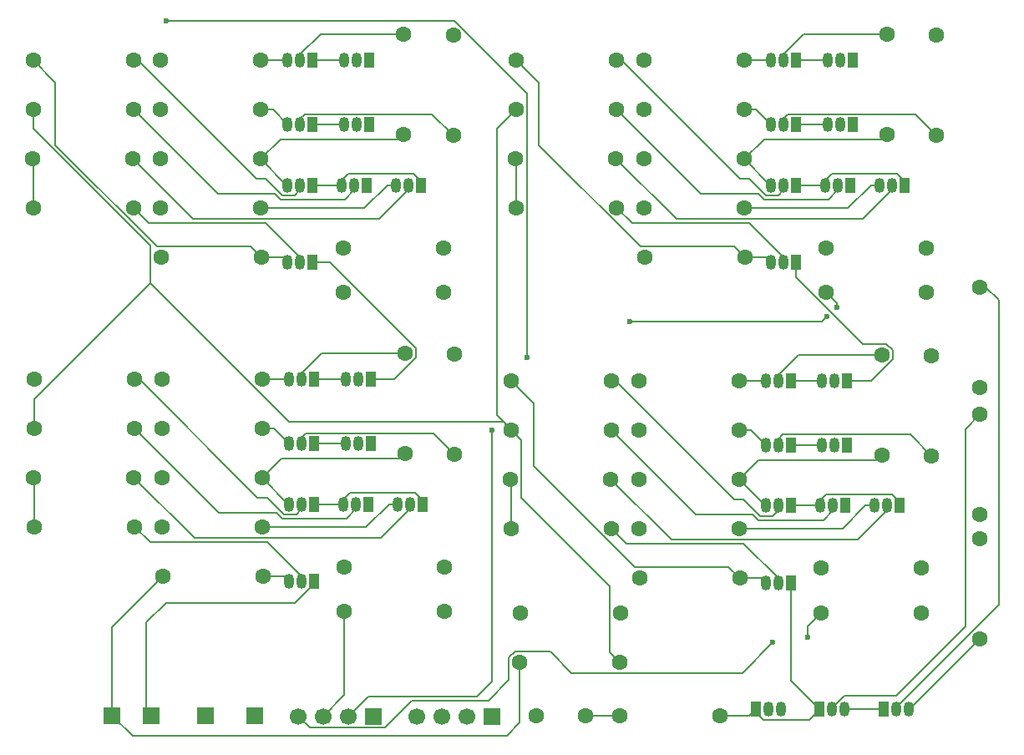
<source format=gbr>
%TF.GenerationSoftware,KiCad,Pcbnew,9.0.7*%
%TF.CreationDate,2026-01-14T18:58:22+00:00*%
%TF.ProjectId,reg,7265672e-6b69-4636-9164-5f7063625858,rev?*%
%TF.SameCoordinates,Original*%
%TF.FileFunction,Copper,L1,Top*%
%TF.FilePolarity,Positive*%
%FSLAX46Y46*%
G04 Gerber Fmt 4.6, Leading zero omitted, Abs format (unit mm)*
G04 Created by KiCad (PCBNEW 9.0.7) date 2026-01-14 18:58:22*
%MOMM*%
%LPD*%
G01*
G04 APERTURE LIST*
%TA.AperFunction,ComponentPad*%
%ADD10C,1.700000*%
%TD*%
%TA.AperFunction,ComponentPad*%
%ADD11R,1.700000X1.700000*%
%TD*%
%TA.AperFunction,ComponentPad*%
%ADD12C,1.600000*%
%TD*%
%TA.AperFunction,ComponentPad*%
%ADD13O,1.050000X1.500000*%
%TD*%
%TA.AperFunction,ComponentPad*%
%ADD14R,1.050000X1.500000*%
%TD*%
%TA.AperFunction,ViaPad*%
%ADD15C,0.600000*%
%TD*%
%TA.AperFunction,Conductor*%
%ADD16C,0.200000*%
%TD*%
G04 APERTURE END LIST*
D10*
%TO.P,DATA_OUT,4,Pin_4*%
%TO.N,/DFlipFlop3/Q*%
X43380000Y-93000000D03*
%TO.P,DATA_OUT,3,Pin_3*%
%TO.N,/DFlipFlop2/Q*%
X45920000Y-93000000D03*
%TO.P,DATA_OUT,2,Pin_2*%
%TO.N,/DFlipFlop1/Q*%
X48460000Y-93000000D03*
D11*
%TO.P,DATA_OUT,1,Pin_1*%
%TO.N,/DFlipFlop/Q*%
X51000000Y-93000000D03*
%TD*%
D12*
%TO.P,R510,2*%
%TO.N,/DFlipFlop3/Q*%
X88040000Y-64000000D03*
%TO.P,R510,1*%
%TO.N,+5V*%
X77880000Y-64000000D03*
%TD*%
D13*
%TO.P,Q507,3,C*%
%TO.N,Net-(Q507-C)*%
X90770000Y-59000000D03*
%TO.P,Q507,2,B*%
%TO.N,Net-(Q507-B)*%
X92040000Y-59000000D03*
D14*
%TO.P,Q507,1,E*%
%TO.N,Net-(Q507-E)*%
X93310000Y-59000000D03*
%TD*%
D13*
%TO.P,Q506,3,C*%
%TO.N,Net-(Q505-E)*%
X96500000Y-65500000D03*
%TO.P,Q506,2,B*%
%TO.N,Net-(Q506-B)*%
X97770000Y-65500000D03*
D14*
%TO.P,Q506,1,E*%
%TO.N,GND*%
X99040000Y-65500000D03*
%TD*%
D12*
%TO.P,R504,2*%
%TO.N,Net-(Q502-B)*%
X75040000Y-68950000D03*
%TO.P,R504,1*%
%TO.N,/DFlipFlop3/D*%
X64880000Y-68950000D03*
%TD*%
%TO.P,R503,2*%
%TO.N,Net-(Q504-B)*%
X75120000Y-59000000D03*
%TO.P,R503,1*%
%TO.N,Net-(Q501-C)*%
X64960000Y-59000000D03*
%TD*%
%TO.P,R509,2*%
%TO.N,Net-(Q506-B)*%
X106540000Y-78000000D03*
%TO.P,R509,1*%
%TO.N,Net-(Q507-C)*%
X96380000Y-78000000D03*
%TD*%
%TO.P,R508,2*%
%TO.N,Net-(Q505-B)*%
X107540000Y-66580000D03*
%TO.P,R508,1*%
%TO.N,Net-(Q502-C)*%
X107540000Y-56420000D03*
%TD*%
%TO.P,R513,2*%
%TO.N,Net-(Q507-C)*%
X88040000Y-59000000D03*
%TO.P,R513,1*%
%TO.N,+5V*%
X77880000Y-59000000D03*
%TD*%
%TO.P,R501,2*%
%TO.N,Net-(Q501-C)*%
X88120000Y-79000000D03*
%TO.P,R501,1*%
%TO.N,+5V*%
X77960000Y-79000000D03*
%TD*%
%TO.P,R512,2*%
%TO.N,Net-(Q508-B)*%
X106540000Y-82500000D03*
%TO.P,R512,1*%
%TO.N,/DFlipFlop3/Q*%
X96380000Y-82500000D03*
%TD*%
%TO.P,R506,2*%
%TO.N,Net-(Q502-C)*%
X88040000Y-74000000D03*
%TO.P,R506,1*%
%TO.N,+5V*%
X77880000Y-74000000D03*
%TD*%
%TO.P,R502,2*%
%TO.N,Net-(Q501-B)*%
X75120000Y-73950000D03*
%TO.P,R502,1*%
%TO.N,/DFlipFlop3/D*%
X64960000Y-73950000D03*
%TD*%
%TO.P,R511,2*%
%TO.N,Net-(Q507-B)*%
X102540000Y-56340000D03*
%TO.P,R511,1*%
%TO.N,Net-(Q504-C)*%
X102540000Y-66500000D03*
%TD*%
D13*
%TO.P,Q505,3,C*%
%TO.N,/DFlipFlop3/Q*%
X90770000Y-65500000D03*
%TO.P,Q505,2,B*%
%TO.N,Net-(Q505-B)*%
X92040000Y-65500000D03*
D14*
%TO.P,Q505,1,E*%
%TO.N,Net-(Q505-E)*%
X93310000Y-65500000D03*
%TD*%
D13*
%TO.P,Q508,3,C*%
%TO.N,Net-(Q507-E)*%
X96500000Y-59000000D03*
%TO.P,Q508,2,B*%
%TO.N,Net-(Q508-B)*%
X97770000Y-59000000D03*
D14*
%TO.P,Q508,1,E*%
%TO.N,GND*%
X99040000Y-59000000D03*
%TD*%
D13*
%TO.P,Q503,3,C*%
%TO.N,Net-(Q502-E)*%
X96270000Y-71640000D03*
%TO.P,Q503,2,B*%
%TO.N,Net-(Q503-B)*%
X97540000Y-71640000D03*
D14*
%TO.P,Q503,1,E*%
%TO.N,GND*%
X98810000Y-71640000D03*
%TD*%
D13*
%TO.P,Q502,3,C*%
%TO.N,Net-(Q502-C)*%
X101770000Y-71640000D03*
%TO.P,Q502,2,B*%
%TO.N,Net-(Q502-B)*%
X103040000Y-71640000D03*
D14*
%TO.P,Q502,1,E*%
%TO.N,Net-(Q502-E)*%
X104310000Y-71640000D03*
%TD*%
D12*
%TO.P,R505,2*%
%TO.N,Net-(Q503-B)*%
X75120000Y-63950000D03*
%TO.P,R505,1*%
%TO.N,WRITE_EN*%
X64960000Y-63950000D03*
%TD*%
D13*
%TO.P,Q504,3,C*%
%TO.N,Net-(Q504-C)*%
X90770000Y-71640000D03*
%TO.P,Q504,2,B*%
%TO.N,Net-(Q504-B)*%
X92040000Y-71640000D03*
D14*
%TO.P,Q504,1,E*%
%TO.N,Net-(Q502-E)*%
X93310000Y-71640000D03*
%TD*%
D13*
%TO.P,Q501,3,C*%
%TO.N,Net-(Q501-C)*%
X90770000Y-79500000D03*
%TO.P,Q501,2,B*%
%TO.N,Net-(Q501-B)*%
X92040000Y-79500000D03*
D14*
%TO.P,Q501,1,E*%
%TO.N,GND*%
X93310000Y-79500000D03*
%TD*%
D12*
%TO.P,R507,2*%
%TO.N,Net-(Q504-C)*%
X88040000Y-69000000D03*
%TO.P,R507,1*%
%TO.N,+5V*%
X77880000Y-69000000D03*
%TD*%
%TO.P,R304,1*%
%TO.N,/DFlipFlop1/D*%
X65420000Y-36450000D03*
%TO.P,R304,2*%
%TO.N,Net-(Q302-B)*%
X75580000Y-36450000D03*
%TD*%
%TO.P,R101,1*%
%TO.N,Net-(C101-Pad2)*%
X76000000Y-92920000D03*
%TO.P,R101,2*%
%TO.N,GND*%
X86160000Y-92920000D03*
%TD*%
%TO.P,R209,1*%
%TO.N,Net-(Q207-C)*%
X47920000Y-45500000D03*
%TO.P,R209,2*%
%TO.N,Net-(Q206-B)*%
X58080000Y-45500000D03*
%TD*%
%TO.P,R212,1*%
%TO.N,/DFlipFlop/Q*%
X47920000Y-50000000D03*
%TO.P,R212,2*%
%TO.N,Net-(Q208-B)*%
X58080000Y-50000000D03*
%TD*%
D14*
%TO.P,Q404,1,E*%
%TO.N,Net-(Q402-E)*%
X44992000Y-71485000D03*
D13*
%TO.P,Q404,2,B*%
%TO.N,Net-(Q404-B)*%
X43722000Y-71485000D03*
%TO.P,Q404,3,C*%
%TO.N,Net-(Q404-C)*%
X42452000Y-71485000D03*
%TD*%
D11*
%TO.P,CLK,1,Pin_1*%
%TO.N,Net-(J101-Pin_1)*%
X39000000Y-92920000D03*
%TD*%
D14*
%TO.P,Q206,1,E*%
%TO.N,GND*%
X50580000Y-33000000D03*
D13*
%TO.P,Q206,2,B*%
%TO.N,Net-(Q206-B)*%
X49310000Y-33000000D03*
%TO.P,Q206,3,C*%
%TO.N,Net-(Q205-E)*%
X48040000Y-33000000D03*
%TD*%
D12*
%TO.P,R208,1*%
%TO.N,Net-(Q202-C)*%
X59080000Y-23920000D03*
%TO.P,R208,2*%
%TO.N,Net-(Q205-B)*%
X59080000Y-34080000D03*
%TD*%
D14*
%TO.P,Q305,1,E*%
%TO.N,Net-(Q305-E)*%
X93850000Y-33000000D03*
D13*
%TO.P,Q305,2,B*%
%TO.N,Net-(Q305-B)*%
X92580000Y-33000000D03*
%TO.P,Q305,3,C*%
%TO.N,/DFlipFlop1/Q*%
X91310000Y-33000000D03*
%TD*%
D12*
%TO.P,R201,1*%
%TO.N,+5V*%
X29500000Y-46500000D03*
%TO.P,R201,2*%
%TO.N,Net-(Q201-C)*%
X39660000Y-46500000D03*
%TD*%
%TO.P,R102,1*%
%TO.N,Net-(C101-Pad2)*%
X112500000Y-59660000D03*
%TO.P,R102,2*%
%TO.N,Net-(Q101-B)*%
X112500000Y-49500000D03*
%TD*%
D11*
%TO.P,WR_EN,1,Pin_1*%
%TO.N,Net-(J102-Pin_1)*%
X34000000Y-92920000D03*
%TD*%
D12*
%TO.P,R307,1*%
%TO.N,+5V*%
X78420000Y-36500000D03*
%TO.P,R307,2*%
%TO.N,Net-(Q304-C)*%
X88580000Y-36500000D03*
%TD*%
%TO.P,R413,1*%
%TO.N,+5V*%
X29562000Y-58845000D03*
%TO.P,R413,2*%
%TO.N,Net-(Q407-C)*%
X39722000Y-58845000D03*
%TD*%
%TO.P,R412,1*%
%TO.N,/DFlipFlop2/Q*%
X48062000Y-82345000D03*
%TO.P,R412,2*%
%TO.N,Net-(Q408-B)*%
X58222000Y-82345000D03*
%TD*%
%TO.P,R411,1*%
%TO.N,Net-(Q404-C)*%
X54222000Y-66345000D03*
%TO.P,R411,2*%
%TO.N,Net-(Q407-B)*%
X54222000Y-56185000D03*
%TD*%
D14*
%TO.P,Q204,1,E*%
%TO.N,Net-(Q202-E)*%
X44850000Y-39140000D03*
D13*
%TO.P,Q204,2,B*%
%TO.N,Net-(Q204-B)*%
X43580000Y-39140000D03*
%TO.P,Q204,3,C*%
%TO.N,Net-(Q204-C)*%
X42310000Y-39140000D03*
%TD*%
D12*
%TO.P,R204,1*%
%TO.N,/DFlipFlop/D*%
X16420000Y-36450000D03*
%TO.P,R204,2*%
%TO.N,Net-(Q202-B)*%
X26580000Y-36450000D03*
%TD*%
%TO.P,R305,1*%
%TO.N,WRITE_EN*%
X65500000Y-31450000D03*
%TO.P,R305,2*%
%TO.N,Net-(Q303-B)*%
X75660000Y-31450000D03*
%TD*%
%TO.P,R313,1*%
%TO.N,+5V*%
X78420000Y-26500000D03*
%TO.P,R313,2*%
%TO.N,Net-(Q307-C)*%
X88580000Y-26500000D03*
%TD*%
D14*
%TO.P,Q101,1,E*%
%TO.N,Net-(Q101-E)*%
X102730000Y-92280000D03*
D13*
%TO.P,Q101,2,B*%
%TO.N,Net-(Q101-B)*%
X104000000Y-92280000D03*
%TO.P,Q101,3,C*%
%TO.N,Net-(Q101-C)*%
X105270000Y-92280000D03*
%TD*%
D12*
%TO.P,R213,1*%
%TO.N,+5V*%
X29420000Y-26500000D03*
%TO.P,R213,2*%
%TO.N,Net-(Q207-C)*%
X39580000Y-26500000D03*
%TD*%
%TO.P,R301,1*%
%TO.N,+5V*%
X78500000Y-46500000D03*
%TO.P,R301,2*%
%TO.N,Net-(Q301-C)*%
X88660000Y-46500000D03*
%TD*%
%TO.P,R207,1*%
%TO.N,+5V*%
X29420000Y-36500000D03*
%TO.P,R207,2*%
%TO.N,Net-(Q204-C)*%
X39580000Y-36500000D03*
%TD*%
D14*
%TO.P,Q408,1,E*%
%TO.N,GND*%
X50722000Y-58845000D03*
D13*
%TO.P,Q408,2,B*%
%TO.N,Net-(Q408-B)*%
X49452000Y-58845000D03*
%TO.P,Q408,3,C*%
%TO.N,Net-(Q407-E)*%
X48182000Y-58845000D03*
%TD*%
D14*
%TO.P,Q207,1,E*%
%TO.N,Net-(Q207-E)*%
X44850000Y-26500000D03*
D13*
%TO.P,Q207,2,B*%
%TO.N,Net-(Q207-B)*%
X43580000Y-26500000D03*
%TO.P,Q207,3,C*%
%TO.N,Net-(Q207-C)*%
X42310000Y-26500000D03*
%TD*%
D12*
%TO.P,C101,1*%
%TO.N,Net-(J101-Pin_1)*%
X67500000Y-92920000D03*
%TO.P,C101,2*%
%TO.N,Net-(C101-Pad2)*%
X72500000Y-92920000D03*
%TD*%
%TO.P,R406,1*%
%TO.N,+5V*%
X29562000Y-73845000D03*
%TO.P,R406,2*%
%TO.N,Net-(Q402-C)*%
X39722000Y-73845000D03*
%TD*%
D14*
%TO.P,Q205,1,E*%
%TO.N,Net-(Q205-E)*%
X44850000Y-33000000D03*
D13*
%TO.P,Q205,2,B*%
%TO.N,Net-(Q205-B)*%
X43580000Y-33000000D03*
%TO.P,Q205,3,C*%
%TO.N,/DFlipFlop/Q*%
X42310000Y-33000000D03*
%TD*%
D12*
%TO.P,R410,1*%
%TO.N,+5V*%
X29562000Y-63845000D03*
%TO.P,R410,2*%
%TO.N,/DFlipFlop2/Q*%
X39722000Y-63845000D03*
%TD*%
D14*
%TO.P,Q302,1,E*%
%TO.N,Net-(Q302-E)*%
X104850000Y-39140000D03*
D13*
%TO.P,Q302,2,B*%
%TO.N,Net-(Q302-B)*%
X103580000Y-39140000D03*
%TO.P,Q302,3,C*%
%TO.N,Net-(Q302-C)*%
X102310000Y-39140000D03*
%TD*%
D12*
%TO.P,R205,1*%
%TO.N,WRITE_EN*%
X16500000Y-31450000D03*
%TO.P,R205,2*%
%TO.N,Net-(Q203-B)*%
X26660000Y-31450000D03*
%TD*%
%TO.P,R409,1*%
%TO.N,Net-(Q407-C)*%
X48062000Y-77845000D03*
%TO.P,R409,2*%
%TO.N,Net-(Q406-B)*%
X58222000Y-77845000D03*
%TD*%
D14*
%TO.P,Q303,1,E*%
%TO.N,GND*%
X99350000Y-39140000D03*
D13*
%TO.P,Q303,2,B*%
%TO.N,Net-(Q303-B)*%
X98080000Y-39140000D03*
%TO.P,Q303,3,C*%
%TO.N,Net-(Q302-E)*%
X96810000Y-39140000D03*
%TD*%
D14*
%TO.P,Q103,1,E*%
%TO.N,GND*%
X89730000Y-92280000D03*
D13*
%TO.P,Q103,2,B*%
%TO.N,Net-(Q103-B)*%
X91000000Y-92280000D03*
%TO.P,Q103,3,C*%
%TO.N,WRITE_EN*%
X92270000Y-92280000D03*
%TD*%
D14*
%TO.P,Q401,1,E*%
%TO.N,GND*%
X44992000Y-79345000D03*
D13*
%TO.P,Q401,2,B*%
%TO.N,Net-(Q401-B)*%
X43722000Y-79345000D03*
%TO.P,Q401,3,C*%
%TO.N,Net-(Q401-C)*%
X42452000Y-79345000D03*
%TD*%
D12*
%TO.P,R308,1*%
%TO.N,Net-(Q302-C)*%
X108080000Y-23920000D03*
%TO.P,R308,2*%
%TO.N,Net-(Q305-B)*%
X108080000Y-34080000D03*
%TD*%
D14*
%TO.P,Q403,1,E*%
%TO.N,GND*%
X50492000Y-71485000D03*
D13*
%TO.P,Q403,2,B*%
%TO.N,Net-(Q403-B)*%
X49222000Y-71485000D03*
%TO.P,Q403,3,C*%
%TO.N,Net-(Q402-E)*%
X47952000Y-71485000D03*
%TD*%
D12*
%TO.P,R106,1*%
%TO.N,+5V*%
X65840000Y-87500000D03*
%TO.P,R106,2*%
%TO.N,WRITE_EN*%
X76000000Y-87500000D03*
%TD*%
%TO.P,R105,1*%
%TO.N,Net-(Q101-C)*%
X112500000Y-85160000D03*
%TO.P,R105,2*%
%TO.N,Net-(Q103-B)*%
X112500000Y-75000000D03*
%TD*%
D14*
%TO.P,Q203,1,E*%
%TO.N,GND*%
X50350000Y-39140000D03*
D13*
%TO.P,Q203,2,B*%
%TO.N,Net-(Q203-B)*%
X49080000Y-39140000D03*
%TO.P,Q203,3,C*%
%TO.N,Net-(Q202-E)*%
X47810000Y-39140000D03*
%TD*%
D12*
%TO.P,R309,1*%
%TO.N,Net-(Q307-C)*%
X96920000Y-45500000D03*
%TO.P,R309,2*%
%TO.N,Net-(Q306-B)*%
X107080000Y-45500000D03*
%TD*%
%TO.P,R302,1*%
%TO.N,/DFlipFlop1/D*%
X65500000Y-41450000D03*
%TO.P,R302,2*%
%TO.N,Net-(Q301-B)*%
X75660000Y-41450000D03*
%TD*%
%TO.P,R312,1*%
%TO.N,/DFlipFlop1/Q*%
X96920000Y-50000000D03*
%TO.P,R312,2*%
%TO.N,Net-(Q308-B)*%
X107080000Y-50000000D03*
%TD*%
D14*
%TO.P,Q307,1,E*%
%TO.N,Net-(Q307-E)*%
X93850000Y-26500000D03*
D13*
%TO.P,Q307,2,B*%
%TO.N,Net-(Q307-B)*%
X92580000Y-26500000D03*
%TO.P,Q307,3,C*%
%TO.N,Net-(Q307-C)*%
X91310000Y-26500000D03*
%TD*%
D12*
%TO.P,R404,1*%
%TO.N,/DFlipFlop2/D*%
X16562000Y-68795000D03*
%TO.P,R404,2*%
%TO.N,Net-(Q402-B)*%
X26722000Y-68795000D03*
%TD*%
D14*
%TO.P,Q201,1,E*%
%TO.N,GND*%
X44850000Y-47000000D03*
D13*
%TO.P,Q201,2,B*%
%TO.N,Net-(Q201-B)*%
X43580000Y-47000000D03*
%TO.P,Q201,3,C*%
%TO.N,Net-(Q201-C)*%
X42310000Y-47000000D03*
%TD*%
D14*
%TO.P,Q306,1,E*%
%TO.N,GND*%
X99580000Y-33000000D03*
D13*
%TO.P,Q306,2,B*%
%TO.N,Net-(Q306-B)*%
X98310000Y-33000000D03*
%TO.P,Q306,3,C*%
%TO.N,Net-(Q305-E)*%
X97040000Y-33000000D03*
%TD*%
D11*
%TO.P,GND,1,Pin_1*%
%TO.N,GND*%
X28500000Y-92920000D03*
%TD*%
%TO.P,DATA_IN,1,Pin_1*%
%TO.N,/DFlipFlop/D*%
X63000000Y-93000000D03*
D10*
%TO.P,DATA_IN,2,Pin_2*%
%TO.N,/DFlipFlop1/D*%
X60460000Y-93000000D03*
%TO.P,DATA_IN,3,Pin_3*%
%TO.N,/DFlipFlop2/D*%
X57920000Y-93000000D03*
%TO.P,DATA_IN,4,Pin_4*%
%TO.N,/DFlipFlop3/D*%
X55380000Y-93000000D03*
%TD*%
D14*
%TO.P,Q308,1,E*%
%TO.N,GND*%
X99580000Y-26500000D03*
D13*
%TO.P,Q308,2,B*%
%TO.N,Net-(Q308-B)*%
X98310000Y-26500000D03*
%TO.P,Q308,3,C*%
%TO.N,Net-(Q307-E)*%
X97040000Y-26500000D03*
%TD*%
D14*
%TO.P,Q102,1,E*%
%TO.N,GND*%
X96230000Y-92280000D03*
D13*
%TO.P,Q102,2,B*%
%TO.N,Net-(Q102-B)*%
X97500000Y-92280000D03*
%TO.P,Q102,3,C*%
%TO.N,Net-(Q101-E)*%
X98770000Y-92280000D03*
%TD*%
D12*
%TO.P,R206,1*%
%TO.N,+5V*%
X29420000Y-41500000D03*
%TO.P,R206,2*%
%TO.N,Net-(Q202-C)*%
X39580000Y-41500000D03*
%TD*%
D14*
%TO.P,Q406,1,E*%
%TO.N,GND*%
X50722000Y-65345000D03*
D13*
%TO.P,Q406,2,B*%
%TO.N,Net-(Q406-B)*%
X49452000Y-65345000D03*
%TO.P,Q406,3,C*%
%TO.N,Net-(Q405-E)*%
X48182000Y-65345000D03*
%TD*%
D12*
%TO.P,R403,1*%
%TO.N,Net-(Q401-C)*%
X16642000Y-58845000D03*
%TO.P,R403,2*%
%TO.N,Net-(Q404-B)*%
X26802000Y-58845000D03*
%TD*%
%TO.P,R407,1*%
%TO.N,+5V*%
X29562000Y-68845000D03*
%TO.P,R407,2*%
%TO.N,Net-(Q404-C)*%
X39722000Y-68845000D03*
%TD*%
D14*
%TO.P,Q402,1,E*%
%TO.N,Net-(Q402-E)*%
X55992000Y-71485000D03*
D13*
%TO.P,Q402,2,B*%
%TO.N,Net-(Q402-B)*%
X54722000Y-71485000D03*
%TO.P,Q402,3,C*%
%TO.N,Net-(Q402-C)*%
X53452000Y-71485000D03*
%TD*%
D14*
%TO.P,Q407,1,E*%
%TO.N,Net-(Q407-E)*%
X44992000Y-58845000D03*
D13*
%TO.P,Q407,2,B*%
%TO.N,Net-(Q407-B)*%
X43722000Y-58845000D03*
%TO.P,Q407,3,C*%
%TO.N,Net-(Q407-C)*%
X42452000Y-58845000D03*
%TD*%
D14*
%TO.P,Q301,1,E*%
%TO.N,GND*%
X93850000Y-47000000D03*
D13*
%TO.P,Q301,2,B*%
%TO.N,Net-(Q301-B)*%
X92580000Y-47000000D03*
%TO.P,Q301,3,C*%
%TO.N,Net-(Q301-C)*%
X91310000Y-47000000D03*
%TD*%
D14*
%TO.P,Q202,1,E*%
%TO.N,Net-(Q202-E)*%
X55850000Y-39140000D03*
D13*
%TO.P,Q202,2,B*%
%TO.N,Net-(Q202-B)*%
X54580000Y-39140000D03*
%TO.P,Q202,3,C*%
%TO.N,Net-(Q202-C)*%
X53310000Y-39140000D03*
%TD*%
D12*
%TO.P,R303,1*%
%TO.N,Net-(Q301-C)*%
X65500000Y-26500000D03*
%TO.P,R303,2*%
%TO.N,Net-(Q304-B)*%
X75660000Y-26500000D03*
%TD*%
%TO.P,R103,1*%
%TO.N,Net-(J102-Pin_1)*%
X112500000Y-72580000D03*
%TO.P,R103,2*%
%TO.N,Net-(Q102-B)*%
X112500000Y-62420000D03*
%TD*%
%TO.P,R306,1*%
%TO.N,+5V*%
X78420000Y-41500000D03*
%TO.P,R306,2*%
%TO.N,Net-(Q302-C)*%
X88580000Y-41500000D03*
%TD*%
%TO.P,R202,1*%
%TO.N,/DFlipFlop/D*%
X16500000Y-41450000D03*
%TO.P,R202,2*%
%TO.N,Net-(Q201-B)*%
X26660000Y-41450000D03*
%TD*%
%TO.P,R203,1*%
%TO.N,Net-(Q201-C)*%
X16500000Y-26500000D03*
%TO.P,R203,2*%
%TO.N,Net-(Q204-B)*%
X26660000Y-26500000D03*
%TD*%
D14*
%TO.P,Q208,1,E*%
%TO.N,GND*%
X50580000Y-26500000D03*
D13*
%TO.P,Q208,2,B*%
%TO.N,Net-(Q208-B)*%
X49310000Y-26500000D03*
%TO.P,Q208,3,C*%
%TO.N,Net-(Q207-E)*%
X48040000Y-26500000D03*
%TD*%
D12*
%TO.P,R311,1*%
%TO.N,Net-(Q304-C)*%
X103080000Y-34000000D03*
%TO.P,R311,2*%
%TO.N,Net-(Q307-B)*%
X103080000Y-23840000D03*
%TD*%
D11*
%TO.P,+5V,1,Pin_1*%
%TO.N,+5V*%
X24500000Y-92920000D03*
%TD*%
D12*
%TO.P,R401,1*%
%TO.N,+5V*%
X29642000Y-78845000D03*
%TO.P,R401,2*%
%TO.N,Net-(Q401-C)*%
X39802000Y-78845000D03*
%TD*%
%TO.P,R104,1*%
%TO.N,+5V*%
X65920000Y-82500000D03*
%TO.P,R104,2*%
%TO.N,Net-(Q101-C)*%
X76080000Y-82500000D03*
%TD*%
%TO.P,R211,1*%
%TO.N,Net-(Q204-C)*%
X54080000Y-34000000D03*
%TO.P,R211,2*%
%TO.N,Net-(Q207-B)*%
X54080000Y-23840000D03*
%TD*%
%TO.P,R408,1*%
%TO.N,Net-(Q402-C)*%
X59222000Y-56265000D03*
%TO.P,R408,2*%
%TO.N,Net-(Q405-B)*%
X59222000Y-66425000D03*
%TD*%
%TO.P,R310,1*%
%TO.N,+5V*%
X78420000Y-31500000D03*
%TO.P,R310,2*%
%TO.N,/DFlipFlop1/Q*%
X88580000Y-31500000D03*
%TD*%
D14*
%TO.P,Q405,1,E*%
%TO.N,Net-(Q405-E)*%
X44992000Y-65345000D03*
D13*
%TO.P,Q405,2,B*%
%TO.N,Net-(Q405-B)*%
X43722000Y-65345000D03*
%TO.P,Q405,3,C*%
%TO.N,/DFlipFlop2/Q*%
X42452000Y-65345000D03*
%TD*%
D14*
%TO.P,Q304,1,E*%
%TO.N,Net-(Q302-E)*%
X93850000Y-39140000D03*
D13*
%TO.P,Q304,2,B*%
%TO.N,Net-(Q304-B)*%
X92580000Y-39140000D03*
%TO.P,Q304,3,C*%
%TO.N,Net-(Q304-C)*%
X91310000Y-39140000D03*
%TD*%
D12*
%TO.P,R210,1*%
%TO.N,+5V*%
X29420000Y-31500000D03*
%TO.P,R210,2*%
%TO.N,/DFlipFlop/Q*%
X39580000Y-31500000D03*
%TD*%
%TO.P,R402,1*%
%TO.N,/DFlipFlop2/D*%
X16642000Y-73795000D03*
%TO.P,R402,2*%
%TO.N,Net-(Q401-B)*%
X26802000Y-73795000D03*
%TD*%
%TO.P,R405,1*%
%TO.N,WRITE_EN*%
X16642000Y-63795000D03*
%TO.P,R405,2*%
%TO.N,Net-(Q403-B)*%
X26802000Y-63795000D03*
%TD*%
D15*
%TO.N,/DFlipFlop3/Q*%
X95000000Y-85000000D03*
X91500000Y-85500000D03*
%TO.N,/DFlipFlop1/Q*%
X98000000Y-51500000D03*
X97000000Y-52500000D03*
X77000000Y-53000000D03*
X63000000Y-64000000D03*
%TO.N,/DFlipFlop/D*%
X30000000Y-22500000D03*
X66601000Y-56601000D03*
%TD*%
D16*
%TO.N,/DFlipFlop3/Q*%
X95000000Y-83880000D02*
X96380000Y-82500000D01*
X95000000Y-85000000D02*
X95000000Y-83880000D01*
X88399000Y-88601000D02*
X91500000Y-85500000D01*
X71101000Y-88601000D02*
X88399000Y-88601000D01*
X69000000Y-86500000D02*
X71101000Y-88601000D01*
X68899000Y-86399000D02*
X69000000Y-86500000D01*
X64739000Y-87043950D02*
X65383950Y-86399000D01*
X65383950Y-86399000D02*
X68899000Y-86399000D01*
X64739000Y-89301000D02*
X64739000Y-87043950D01*
X54901000Y-91401000D02*
X62639000Y-91401000D01*
X44531000Y-94151000D02*
X52151000Y-94151000D01*
X62639000Y-91401000D02*
X64739000Y-89301000D01*
X52151000Y-94151000D02*
X54901000Y-91401000D01*
X43380000Y-93000000D02*
X44531000Y-94151000D01*
%TO.N,/DFlipFlop2/Q*%
X45920000Y-93000000D02*
X48062000Y-90858000D01*
X48062000Y-90858000D02*
X48062000Y-82345000D01*
%TO.N,/DFlipFlop1/Q*%
X98000000Y-51080000D02*
X96920000Y-50000000D01*
X98000000Y-51500000D02*
X98000000Y-51080000D01*
X96500000Y-53000000D02*
X97000000Y-52500000D01*
X77000000Y-53000000D02*
X96500000Y-53000000D01*
X61500000Y-91000000D02*
X63000000Y-89500000D01*
X63000000Y-89500000D02*
X63000000Y-64000000D01*
X50460000Y-91000000D02*
X61500000Y-91000000D01*
X48460000Y-93000000D02*
X50460000Y-91000000D01*
%TO.N,/DFlipFlop/D*%
X66601000Y-29883950D02*
X59217050Y-22500000D01*
X66601000Y-56601000D02*
X66601000Y-29883950D01*
X59217050Y-22500000D02*
X30000000Y-22500000D01*
%TO.N,+5V*%
X65840000Y-93660000D02*
X65840000Y-87500000D01*
X64500000Y-95000000D02*
X65840000Y-93660000D01*
X26580000Y-95000000D02*
X64500000Y-95000000D01*
X24500000Y-92920000D02*
X26580000Y-95000000D01*
%TO.N,WRITE_EN*%
X16642000Y-60836050D02*
X28399000Y-49079050D01*
X16642000Y-63795000D02*
X16642000Y-60836050D01*
%TO.N,+5V*%
X24500000Y-83987000D02*
X29642000Y-78845000D01*
X24500000Y-92920000D02*
X24500000Y-83987000D01*
%TO.N,WRITE_EN*%
X63500000Y-62490000D02*
X64960000Y-63950000D01*
X63500000Y-33450000D02*
X63500000Y-62490000D01*
X65500000Y-31450000D02*
X63500000Y-33450000D01*
X74979000Y-79841950D02*
X74979000Y-86479000D01*
X65981000Y-70843950D02*
X74979000Y-79841950D01*
X65981000Y-64971000D02*
X65981000Y-70843950D01*
X64960000Y-63950000D02*
X65981000Y-64971000D01*
X74979000Y-86479000D02*
X76000000Y-87500000D01*
X42469951Y-63150001D02*
X64160001Y-63150001D01*
X28399000Y-49079050D02*
X42469951Y-63150001D01*
X28399000Y-45313150D02*
X28399000Y-49079050D01*
X16500000Y-33414150D02*
X28399000Y-45313150D01*
X64160001Y-63150001D02*
X64960000Y-63950000D01*
X16500000Y-31450000D02*
X16500000Y-33414150D01*
%TO.N,Net-(C101-Pad2)*%
X72500000Y-92920000D02*
X76000000Y-92920000D01*
%TO.N,Net-(J101-Pin_1)*%
X68000000Y-92920000D02*
X68000000Y-93420000D01*
%TO.N,GND*%
X101437050Y-59000000D02*
X99040000Y-59000000D01*
X103641000Y-56796050D02*
X101437050Y-59000000D01*
X102996050Y-55239000D02*
X103641000Y-55883950D01*
X100601950Y-55239000D02*
X102996050Y-55239000D01*
X93850000Y-47000000D02*
X93850000Y-48487050D01*
X93850000Y-48487050D02*
X100601950Y-55239000D01*
X103641000Y-55883950D02*
X103641000Y-56796050D01*
X53119050Y-58845000D02*
X50722000Y-58845000D01*
X55323000Y-56641050D02*
X53119050Y-58845000D01*
X55323000Y-55728950D02*
X55323000Y-56641050D01*
X46594050Y-47000000D02*
X55323000Y-55728950D01*
X44850000Y-47000000D02*
X46594050Y-47000000D01*
X28000000Y-83500000D02*
X28000000Y-92920000D01*
X30000000Y-81500000D02*
X28000000Y-83500000D01*
X43062000Y-81500000D02*
X30000000Y-81500000D01*
X44992000Y-79570000D02*
X43062000Y-81500000D01*
X44992000Y-79345000D02*
X44992000Y-79570000D01*
X93310000Y-89360000D02*
X96230000Y-92280000D01*
X93310000Y-79500000D02*
X93310000Y-89360000D01*
%TO.N,/DFlipFlop3/D*%
X64960000Y-73950000D02*
X64960000Y-69030000D01*
%TO.N,/DFlipFlop3/Q*%
X88040000Y-64000000D02*
X89270000Y-64000000D01*
X89270000Y-64000000D02*
X90770000Y-65500000D01*
%TO.N,Net-(Q502-E)*%
X96270000Y-71140000D02*
X96910000Y-70500000D01*
%TO.N,Net-(Q502-C)*%
X100900000Y-71640000D02*
X101770000Y-71640000D01*
%TO.N,Net-(Q502-E)*%
X104310000Y-71270000D02*
X104310000Y-71640000D01*
%TO.N,Net-(Q503-B)*%
X90064900Y-73092000D02*
X96588000Y-73092000D01*
X97540000Y-72140000D02*
X97540000Y-71640000D01*
%TO.N,Net-(Q501-C)*%
X64960000Y-59000000D02*
X67235050Y-61275050D01*
X77511950Y-77899000D02*
X87019000Y-77899000D01*
%TO.N,Net-(Q501-B)*%
X76672000Y-75502000D02*
X88542000Y-75502000D01*
%TO.N,Net-(Q502-C)*%
X98540000Y-74000000D02*
X100900000Y-71640000D01*
%TO.N,Net-(Q502-E)*%
X96270000Y-71640000D02*
X96270000Y-71140000D01*
%TO.N,Net-(Q503-B)*%
X75120000Y-63950000D02*
X83670000Y-72500000D01*
%TO.N,Net-(Q501-C)*%
X67235050Y-61275050D02*
X67235050Y-67622100D01*
%TO.N,Net-(Q504-B)*%
X92040000Y-72140000D02*
X92040000Y-71640000D01*
%TO.N,Net-(Q501-B)*%
X75120000Y-73950000D02*
X76672000Y-75502000D01*
%TO.N,Net-(Q501-C)*%
X87019000Y-77899000D02*
X88120000Y-79000000D01*
%TO.N,Net-(Q502-B)*%
X103040000Y-72140000D02*
X103040000Y-71640000D01*
%TO.N,Net-(Q503-B)*%
X96588000Y-73092000D02*
X97540000Y-72140000D01*
%TO.N,Net-(Q502-C)*%
X88040000Y-74000000D02*
X98540000Y-74000000D01*
%TO.N,Net-(Q502-E)*%
X96910000Y-70500000D02*
X103540000Y-70500000D01*
%TO.N,Net-(Q503-B)*%
X83670000Y-72500000D02*
X89472900Y-72500000D01*
%TO.N,Net-(Q501-C)*%
X67235050Y-67622100D02*
X77511950Y-77899000D01*
%TO.N,Net-(Q502-B)*%
X100079000Y-75101000D02*
X103040000Y-72140000D01*
%TO.N,Net-(Q503-B)*%
X89472900Y-72500000D02*
X90064900Y-73092000D01*
%TO.N,Net-(Q504-B)*%
X91489000Y-72691000D02*
X92040000Y-72140000D01*
%TO.N,Net-(Q501-B)*%
X88542000Y-75502000D02*
X92040000Y-79000000D01*
%TO.N,Net-(Q501-C)*%
X90270000Y-79000000D02*
X90770000Y-79500000D01*
X88120000Y-79000000D02*
X90270000Y-79000000D01*
%TO.N,Net-(Q502-E)*%
X103540000Y-70500000D02*
X104310000Y-71270000D01*
X93310000Y-71640000D02*
X96270000Y-71640000D01*
%TO.N,Net-(Q501-B)*%
X92040000Y-79000000D02*
X92040000Y-79500000D01*
%TO.N,Net-(Q502-B)*%
X81191000Y-75101000D02*
X100079000Y-75101000D01*
X75040000Y-68950000D02*
X81191000Y-75101000D01*
%TO.N,Net-(Q507-C)*%
X88040000Y-59000000D02*
X90770000Y-59000000D01*
%TO.N,Net-(Q504-C)*%
X88040000Y-69000000D02*
X90680000Y-71640000D01*
%TO.N,Net-(Q507-B)*%
X94093000Y-56340000D02*
X92040000Y-58393000D01*
%TO.N,Net-(Q504-C)*%
X102540000Y-66500000D02*
X102040000Y-67000000D01*
X90040000Y-67000000D02*
X88040000Y-69000000D01*
%TO.N,Net-(Q504-B)*%
X87580000Y-71000000D02*
X88540000Y-71000000D01*
%TO.N,Net-(Q505-B)*%
X92040000Y-64893000D02*
X92040000Y-65500000D01*
X105409000Y-64449000D02*
X92484000Y-64449000D01*
%TO.N,Net-(Q504-B)*%
X75120000Y-59000000D02*
X75580000Y-59000000D01*
X90231000Y-72691000D02*
X91489000Y-72691000D01*
%TO.N,Net-(Q504-C)*%
X102040000Y-67000000D02*
X90040000Y-67000000D01*
%TO.N,Net-(Q505-B)*%
X107540000Y-66580000D02*
X105409000Y-64449000D01*
%TO.N,Net-(Q507-E)*%
X93310000Y-59000000D02*
X96500000Y-59000000D01*
%TO.N,Net-(Q505-B)*%
X92484000Y-64449000D02*
X92040000Y-64893000D01*
%TO.N,Net-(Q505-E)*%
X93310000Y-65500000D02*
X96500000Y-65500000D01*
%TO.N,Net-(Q504-B)*%
X88540000Y-71000000D02*
X90231000Y-72691000D01*
%TO.N,Net-(Q507-B)*%
X92040000Y-58393000D02*
X92040000Y-59000000D01*
%TO.N,Net-(Q504-B)*%
X75580000Y-59000000D02*
X87580000Y-71000000D01*
%TO.N,Net-(Q507-B)*%
X102540000Y-56340000D02*
X94093000Y-56340000D01*
%TO.N,Net-(Q504-C)*%
X90680000Y-71640000D02*
X90770000Y-71640000D01*
%TO.N,Net-(Q407-E)*%
X44992000Y-58845000D02*
X48182000Y-58845000D01*
%TO.N,Net-(Q407-C)*%
X39722000Y-58845000D02*
X42452000Y-58845000D01*
%TO.N,Net-(Q407-B)*%
X45775000Y-56185000D02*
X43722000Y-58238000D01*
X43722000Y-58238000D02*
X43722000Y-58845000D01*
X54222000Y-56185000D02*
X45775000Y-56185000D01*
%TO.N,Net-(Q405-E)*%
X44992000Y-65345000D02*
X48182000Y-65345000D01*
%TO.N,Net-(Q405-B)*%
X57091000Y-64294000D02*
X44166000Y-64294000D01*
X44166000Y-64294000D02*
X43722000Y-64738000D01*
X59222000Y-66425000D02*
X57091000Y-64294000D01*
X43722000Y-64738000D02*
X43722000Y-65345000D01*
%TO.N,Net-(Q404-C)*%
X39722000Y-68845000D02*
X42362000Y-71485000D01*
X41722000Y-66845000D02*
X39722000Y-68845000D01*
X54222000Y-66345000D02*
X53722000Y-66845000D01*
X42362000Y-71485000D02*
X42452000Y-71485000D01*
X53722000Y-66845000D02*
X41722000Y-66845000D01*
%TO.N,Net-(Q404-B)*%
X40222000Y-70845000D02*
X41913000Y-72536000D01*
X39262000Y-70845000D02*
X40222000Y-70845000D01*
X27262000Y-58845000D02*
X39262000Y-70845000D01*
X26802000Y-58845000D02*
X27262000Y-58845000D01*
X41913000Y-72536000D02*
X43171000Y-72536000D01*
X43171000Y-72536000D02*
X43722000Y-71985000D01*
X43722000Y-71985000D02*
X43722000Y-71485000D01*
%TO.N,Net-(Q403-B)*%
X41154900Y-72345000D02*
X41746900Y-72937000D01*
X26802000Y-63795000D02*
X35352000Y-72345000D01*
X35352000Y-72345000D02*
X41154900Y-72345000D01*
X49222000Y-71985000D02*
X49222000Y-71485000D01*
X48270000Y-72937000D02*
X49222000Y-71985000D01*
X41746900Y-72937000D02*
X48270000Y-72937000D01*
%TO.N,Net-(Q402-B)*%
X26722000Y-68795000D02*
X32873000Y-74946000D01*
X54722000Y-71985000D02*
X54722000Y-71485000D01*
X32873000Y-74946000D02*
X51761000Y-74946000D01*
X51761000Y-74946000D02*
X54722000Y-71985000D01*
%TO.N,Net-(Q402-C)*%
X52582000Y-71485000D02*
X53452000Y-71485000D01*
X39722000Y-73845000D02*
X50222000Y-73845000D01*
X50222000Y-73845000D02*
X52582000Y-71485000D01*
%TO.N,Net-(Q402-E)*%
X47952000Y-71485000D02*
X47952000Y-70985000D01*
X44992000Y-71485000D02*
X47952000Y-71485000D01*
X48592000Y-70345000D02*
X55222000Y-70345000D01*
X55992000Y-71115000D02*
X55992000Y-71485000D01*
X55222000Y-70345000D02*
X55992000Y-71115000D01*
X47952000Y-70985000D02*
X48592000Y-70345000D01*
%TO.N,Net-(Q401-C)*%
X39802000Y-78845000D02*
X41952000Y-78845000D01*
X41952000Y-78845000D02*
X42452000Y-79345000D01*
%TO.N,Net-(Q401-B)*%
X43722000Y-78845000D02*
X43722000Y-79345000D01*
X40224000Y-75347000D02*
X43722000Y-78845000D01*
X26802000Y-73795000D02*
X28354000Y-75347000D01*
X28354000Y-75347000D02*
X40224000Y-75347000D01*
%TO.N,/DFlipFlop2/Q*%
X39722000Y-63845000D02*
X40952000Y-63845000D01*
X40952000Y-63845000D02*
X42452000Y-65345000D01*
%TO.N,/DFlipFlop2/D*%
X16642000Y-73795000D02*
X16642000Y-68875000D01*
X16642000Y-68875000D02*
X16562000Y-68795000D01*
%TO.N,Net-(Q307-E)*%
X93850000Y-26500000D02*
X97040000Y-26500000D01*
%TO.N,Net-(Q307-C)*%
X88580000Y-26500000D02*
X91310000Y-26500000D01*
%TO.N,Net-(Q307-B)*%
X94633000Y-23840000D02*
X92580000Y-25893000D01*
X92580000Y-25893000D02*
X92580000Y-26500000D01*
X103080000Y-23840000D02*
X94633000Y-23840000D01*
%TO.N,Net-(Q305-E)*%
X93850000Y-33000000D02*
X97040000Y-33000000D01*
%TO.N,Net-(Q305-B)*%
X105949000Y-31949000D02*
X93024000Y-31949000D01*
X93024000Y-31949000D02*
X92580000Y-32393000D01*
X108080000Y-34080000D02*
X105949000Y-31949000D01*
X92580000Y-32393000D02*
X92580000Y-33000000D01*
%TO.N,Net-(Q304-C)*%
X88580000Y-36500000D02*
X91220000Y-39140000D01*
X90580000Y-34500000D02*
X88580000Y-36500000D01*
X103080000Y-34000000D02*
X102580000Y-34500000D01*
X91220000Y-39140000D02*
X91310000Y-39140000D01*
X102580000Y-34500000D02*
X90580000Y-34500000D01*
%TO.N,Net-(Q304-B)*%
X89080000Y-38500000D02*
X90771000Y-40191000D01*
X88120000Y-38500000D02*
X89080000Y-38500000D01*
X76120000Y-26500000D02*
X88120000Y-38500000D01*
X75660000Y-26500000D02*
X76120000Y-26500000D01*
X90771000Y-40191000D02*
X92029000Y-40191000D01*
X92029000Y-40191000D02*
X92580000Y-39640000D01*
X92580000Y-39640000D02*
X92580000Y-39140000D01*
%TO.N,Net-(Q303-B)*%
X90012900Y-40000000D02*
X90604900Y-40592000D01*
X75660000Y-31450000D02*
X84210000Y-40000000D01*
X84210000Y-40000000D02*
X90012900Y-40000000D01*
X98080000Y-39640000D02*
X98080000Y-39140000D01*
X97128000Y-40592000D02*
X98080000Y-39640000D01*
X90604900Y-40592000D02*
X97128000Y-40592000D01*
%TO.N,Net-(Q302-B)*%
X75580000Y-36450000D02*
X81731000Y-42601000D01*
X103580000Y-39640000D02*
X103580000Y-39140000D01*
X81731000Y-42601000D02*
X100619000Y-42601000D01*
X100619000Y-42601000D02*
X103580000Y-39640000D01*
%TO.N,Net-(Q302-C)*%
X101440000Y-39140000D02*
X102310000Y-39140000D01*
X88580000Y-41500000D02*
X99080000Y-41500000D01*
X99080000Y-41500000D02*
X101440000Y-39140000D01*
%TO.N,Net-(Q302-E)*%
X96810000Y-39140000D02*
X96810000Y-38640000D01*
X93850000Y-39140000D02*
X96810000Y-39140000D01*
X97450000Y-38000000D02*
X104080000Y-38000000D01*
X104850000Y-38770000D02*
X104850000Y-39140000D01*
X104080000Y-38000000D02*
X104850000Y-38770000D01*
X96810000Y-38640000D02*
X97450000Y-38000000D01*
%TO.N,Net-(Q301-C)*%
X78051950Y-45399000D02*
X87559000Y-45399000D01*
X88660000Y-46500000D02*
X90810000Y-46500000D01*
X65500000Y-26500000D02*
X67775050Y-28775050D01*
X90810000Y-46500000D02*
X91310000Y-47000000D01*
X67775050Y-28775050D02*
X67775050Y-35122100D01*
X67775050Y-35122100D02*
X78051950Y-45399000D01*
X87559000Y-45399000D02*
X88660000Y-46500000D01*
%TO.N,Net-(Q301-B)*%
X92580000Y-46500000D02*
X92580000Y-47000000D01*
X89082000Y-43002000D02*
X92580000Y-46500000D01*
X75660000Y-41450000D02*
X77212000Y-43002000D01*
X77212000Y-43002000D02*
X89082000Y-43002000D01*
%TO.N,/DFlipFlop1/Q*%
X88580000Y-31500000D02*
X89810000Y-31500000D01*
X89810000Y-31500000D02*
X91310000Y-33000000D01*
%TO.N,/DFlipFlop1/D*%
X65500000Y-41450000D02*
X65500000Y-36530000D01*
X65500000Y-36530000D02*
X65420000Y-36450000D01*
%TO.N,/DFlipFlop/D*%
X16500000Y-36530000D02*
X16420000Y-36450000D01*
X16500000Y-41450000D02*
X16500000Y-36530000D01*
%TO.N,/DFlipFlop/Q*%
X40810000Y-31500000D02*
X42310000Y-33000000D01*
X39580000Y-31500000D02*
X40810000Y-31500000D01*
%TO.N,Net-(Q101-E)*%
X98770000Y-92280000D02*
X102730000Y-92280000D01*
%TO.N,Net-(Q101-B)*%
X113080000Y-49500000D02*
X112500000Y-49500000D01*
X114399000Y-81656000D02*
X114399000Y-50819000D01*
X104000000Y-92055000D02*
X114399000Y-81656000D01*
X104000000Y-92280000D02*
X104000000Y-92055000D01*
X114399000Y-50819000D02*
X113080000Y-49500000D01*
%TO.N,Net-(Q101-C)*%
X105380000Y-92280000D02*
X112500000Y-85160000D01*
X105270000Y-92280000D02*
X105380000Y-92280000D01*
%TO.N,GND*%
X90556000Y-93331000D02*
X95179000Y-93331000D01*
X89730000Y-92505000D02*
X90556000Y-93331000D01*
X86160000Y-92920000D02*
X89090000Y-92920000D01*
X89730000Y-92280000D02*
X89730000Y-92505000D01*
X89090000Y-92920000D02*
X89730000Y-92280000D01*
X95179000Y-93331000D02*
X96230000Y-92280000D01*
%TO.N,Net-(Q102-B)*%
X97500000Y-92156860D02*
X98736860Y-90920000D01*
X97500000Y-92280000D02*
X97500000Y-92156860D01*
X111000000Y-83920000D02*
X111000000Y-63920000D01*
X98736860Y-90920000D02*
X104000000Y-90920000D01*
X111000000Y-63920000D02*
X112500000Y-62420000D01*
X104000000Y-90920000D02*
X111000000Y-83920000D01*
%TO.N,Net-(Q201-B)*%
X28212000Y-43002000D02*
X40082000Y-43002000D01*
X26660000Y-41450000D02*
X28212000Y-43002000D01*
X40082000Y-43002000D02*
X43580000Y-46500000D01*
X43580000Y-46500000D02*
X43580000Y-47000000D01*
%TO.N,Net-(Q201-C)*%
X38559000Y-45399000D02*
X39660000Y-46500000D01*
X18775050Y-35122100D02*
X29051950Y-45399000D01*
X18775050Y-28775050D02*
X18775050Y-35122100D01*
X41810000Y-46500000D02*
X42310000Y-47000000D01*
X16500000Y-26500000D02*
X18775050Y-28775050D01*
X39660000Y-46500000D02*
X41810000Y-46500000D01*
X29051950Y-45399000D02*
X38559000Y-45399000D01*
%TO.N,Net-(Q202-E)*%
X47810000Y-38640000D02*
X48450000Y-38000000D01*
X55080000Y-38000000D02*
X55850000Y-38770000D01*
X55850000Y-38770000D02*
X55850000Y-39140000D01*
X48450000Y-38000000D02*
X55080000Y-38000000D01*
X44850000Y-39140000D02*
X47810000Y-39140000D01*
X47810000Y-39140000D02*
X47810000Y-38640000D01*
%TO.N,Net-(Q202-C)*%
X50080000Y-41500000D02*
X52440000Y-39140000D01*
X39580000Y-41500000D02*
X50080000Y-41500000D01*
X52440000Y-39140000D02*
X53310000Y-39140000D01*
%TO.N,Net-(Q202-B)*%
X51619000Y-42601000D02*
X54580000Y-39640000D01*
X32731000Y-42601000D02*
X51619000Y-42601000D01*
X54580000Y-39640000D02*
X54580000Y-39140000D01*
X26580000Y-36450000D02*
X32731000Y-42601000D01*
%TO.N,Net-(Q203-B)*%
X41604900Y-40592000D02*
X48128000Y-40592000D01*
X48128000Y-40592000D02*
X49080000Y-39640000D01*
X49080000Y-39640000D02*
X49080000Y-39140000D01*
X35210000Y-40000000D02*
X41012900Y-40000000D01*
X26660000Y-31450000D02*
X35210000Y-40000000D01*
X41012900Y-40000000D02*
X41604900Y-40592000D01*
%TO.N,Net-(Q204-B)*%
X43580000Y-39640000D02*
X43580000Y-39140000D01*
X43029000Y-40191000D02*
X43580000Y-39640000D01*
X41771000Y-40191000D02*
X43029000Y-40191000D01*
X26660000Y-26500000D02*
X27120000Y-26500000D01*
X27120000Y-26500000D02*
X39120000Y-38500000D01*
X39120000Y-38500000D02*
X40080000Y-38500000D01*
X40080000Y-38500000D02*
X41771000Y-40191000D01*
%TO.N,Net-(Q204-C)*%
X53580000Y-34500000D02*
X41580000Y-34500000D01*
X42220000Y-39140000D02*
X42310000Y-39140000D01*
X54080000Y-34000000D02*
X53580000Y-34500000D01*
X41580000Y-34500000D02*
X39580000Y-36500000D01*
X39580000Y-36500000D02*
X42220000Y-39140000D01*
%TO.N,Net-(Q205-B)*%
X43580000Y-32393000D02*
X43580000Y-33000000D01*
X59080000Y-34080000D02*
X56949000Y-31949000D01*
X44024000Y-31949000D02*
X43580000Y-32393000D01*
X56949000Y-31949000D02*
X44024000Y-31949000D01*
%TO.N,Net-(Q205-E)*%
X44850000Y-33000000D02*
X48040000Y-33000000D01*
%TO.N,Net-(Q207-B)*%
X54080000Y-23840000D02*
X45633000Y-23840000D01*
X43580000Y-25893000D02*
X43580000Y-26500000D01*
X45633000Y-23840000D02*
X43580000Y-25893000D01*
%TO.N,Net-(Q207-C)*%
X39580000Y-26500000D02*
X42310000Y-26500000D01*
%TO.N,Net-(Q207-E)*%
X44850000Y-26500000D02*
X48040000Y-26500000D01*
%TD*%
M02*

</source>
